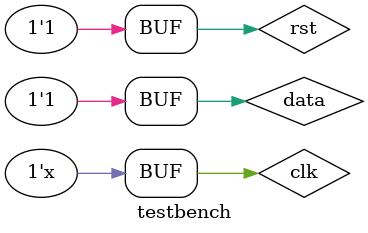
<source format=v>
`timescale 1ns / 1ps
module testbench();
reg data,rst,clk; wire op; 
melay_non_overlapping dut(.data(data),.clk(clk),.rst(rst),.op(op)); 
initial clk=0; 
always #5 clk=~clk; 
initial begin 
rst=0; data=1; #10; 
rst=1; data =1; #10; data=0; #10;  data=1; #10; data=1; #10; data=0; #10; data=1; #10; data=1; #10; data=0; #10; data=1; #10;
end
endmodule

</source>
